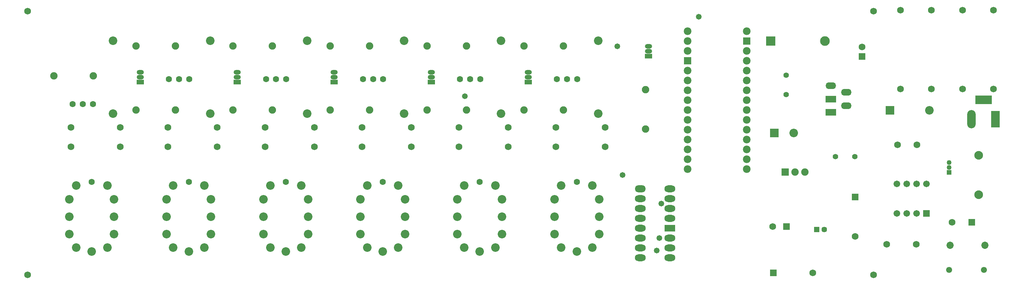
<source format=gts>
G04 Layer_Color=20142*
%FSLAX25Y25*%
%MOIN*%
G70*
G01*
G75*
%ADD54C,0.08800*%
%ADD55C,0.05721*%
%ADD56R,0.05721X0.05721*%
%ADD57C,0.06800*%
%ADD58C,0.07493*%
%ADD59C,0.06312*%
%ADD60C,0.08674*%
%ADD61R,0.06800X0.06800*%
G04:AMPARAMS|DCode=62|XSize=110.36mil|YSize=70.99mil|CornerRadius=35.5mil|HoleSize=0mil|Usage=FLASHONLY|Rotation=0.000|XOffset=0mil|YOffset=0mil|HoleType=Round|Shape=RoundedRectangle|*
%AMROUNDEDRECTD62*
21,1,0.11036,0.00000,0,0,0.0*
21,1,0.03937,0.07099,0,0,0.0*
1,1,0.07099,0.01969,0.00000*
1,1,0.07099,-0.01969,0.00000*
1,1,0.07099,-0.01969,0.00000*
1,1,0.07099,0.01969,0.00000*
%
%ADD62ROUNDEDRECTD62*%
%ADD63O,0.11036X0.07099*%
%ADD64R,0.11036X0.07099*%
%ADD65R,0.07800X0.07800*%
%ADD66C,0.07800*%
%ADD67R,0.07300X0.04800*%
%ADD68O,0.07300X0.04800*%
%ADD69C,0.08700*%
%ADD70R,0.08700X0.08700*%
%ADD71C,0.04934*%
%ADD72R,0.04934X0.04934*%
%ADD73R,0.07493X0.07493*%
%ADD74C,0.07296*%
%ADD75C,0.05524*%
%ADD76C,0.06115*%
%ADD77R,0.06800X0.06800*%
%ADD78C,0.06706*%
%ADD79R,0.06706X0.06706*%
%ADD80R,0.08674X0.08674*%
%ADD81R,0.10642X0.06706*%
%ADD82O,0.10642X0.06706*%
%ADD83R,0.09800X0.09800*%
%ADD84C,0.09800*%
%ADD85R,0.16548X0.08674*%
%ADD86R,0.08674X0.16548*%
%ADD87O,0.08674X0.18517*%
%ADD88C,0.05800*%
D54*
X1022000Y810500D02*
D03*
Y770500D02*
D03*
D55*
X865437Y735000D02*
D03*
D56*
X857563D02*
D03*
D57*
X1037074Y957759D02*
D03*
Y877759D02*
D03*
X1005578Y957759D02*
D03*
Y877759D02*
D03*
X974082Y957759D02*
D03*
Y877759D02*
D03*
X942586Y957759D02*
D03*
Y877759D02*
D03*
X896500Y728000D02*
D03*
X958500Y720000D02*
D03*
X928500D02*
D03*
X593110Y838583D02*
D03*
X643110D02*
D03*
X494685D02*
D03*
X544685D02*
D03*
X396260D02*
D03*
X446260D02*
D03*
X297835D02*
D03*
X347835D02*
D03*
X249409D02*
D03*
X199409D02*
D03*
X150984D02*
D03*
X100984D02*
D03*
X593110Y818898D02*
D03*
X643110D02*
D03*
X494685D02*
D03*
X544685D02*
D03*
X396260D02*
D03*
X446260D02*
D03*
X297835D02*
D03*
X347835D02*
D03*
X249409D02*
D03*
X199409D02*
D03*
X150984D02*
D03*
X100984D02*
D03*
X939657Y821000D02*
D03*
X959343D02*
D03*
X903500Y920422D02*
D03*
X995000Y742500D02*
D03*
X853500Y691000D02*
D03*
X57087Y956693D02*
D03*
X915354D02*
D03*
X57087Y688976D02*
D03*
X915354D02*
D03*
X813110Y738000D02*
D03*
D58*
X560709Y856299D02*
D03*
X600709D02*
D03*
X462283D02*
D03*
X502283D02*
D03*
X363858D02*
D03*
X403858D02*
D03*
X265433D02*
D03*
X305433D02*
D03*
X167008D02*
D03*
X207008D02*
D03*
X123500Y891000D02*
D03*
X83500D02*
D03*
X684000Y877000D02*
D03*
Y837000D02*
D03*
X560709Y921260D02*
D03*
X600709D02*
D03*
X462283D02*
D03*
X502283D02*
D03*
X363858D02*
D03*
X403858D02*
D03*
X265433D02*
D03*
X305433D02*
D03*
X167008D02*
D03*
X207008D02*
D03*
X835500Y793500D02*
D03*
X845500D02*
D03*
D59*
X122047Y783465D02*
D03*
X113000Y862500D02*
D03*
X102764D02*
D03*
X123236D02*
D03*
X210630Y887795D02*
D03*
X220866D02*
D03*
X200394D02*
D03*
X309055D02*
D03*
X319291D02*
D03*
X298819D02*
D03*
X407480D02*
D03*
X417717D02*
D03*
X397244D02*
D03*
X505906D02*
D03*
X516142D02*
D03*
X495669D02*
D03*
X604331D02*
D03*
X614567D02*
D03*
X594095D02*
D03*
X220472Y783465D02*
D03*
X318898D02*
D03*
X417323D02*
D03*
X515748D02*
D03*
X614173D02*
D03*
D60*
X137795Y779528D02*
D03*
X122047Y712599D02*
D03*
X144685Y765748D02*
D03*
Y748032D02*
D03*
Y730315D02*
D03*
X137795Y716536D02*
D03*
X106299Y779528D02*
D03*
X99409Y765748D02*
D03*
Y748032D02*
D03*
Y730315D02*
D03*
X106299Y716536D02*
D03*
X143701Y852756D02*
D03*
Y926772D02*
D03*
X242126Y852756D02*
D03*
Y926772D02*
D03*
X340551Y852756D02*
D03*
Y926772D02*
D03*
X438976Y852756D02*
D03*
Y926772D02*
D03*
X537402Y852756D02*
D03*
Y926772D02*
D03*
X635827Y852756D02*
D03*
Y926772D02*
D03*
X236220Y779528D02*
D03*
X220472Y712599D02*
D03*
X243110Y765748D02*
D03*
Y748032D02*
D03*
Y730315D02*
D03*
X236220Y716536D02*
D03*
X204724Y779528D02*
D03*
X197835Y765748D02*
D03*
Y748032D02*
D03*
Y730315D02*
D03*
X204724Y716536D02*
D03*
X334646Y779528D02*
D03*
X318898Y712599D02*
D03*
X341535Y765748D02*
D03*
Y748032D02*
D03*
Y730315D02*
D03*
X334646Y716536D02*
D03*
X303150Y779528D02*
D03*
X296260Y765748D02*
D03*
Y748032D02*
D03*
Y730315D02*
D03*
X303150Y716536D02*
D03*
X433071Y779528D02*
D03*
X417323Y712599D02*
D03*
X439961Y765748D02*
D03*
Y748032D02*
D03*
Y730315D02*
D03*
X433071Y716536D02*
D03*
X401575Y779528D02*
D03*
X394685Y765748D02*
D03*
Y748032D02*
D03*
Y730315D02*
D03*
X401575Y716536D02*
D03*
X531496Y779528D02*
D03*
X515748Y712599D02*
D03*
X538386Y765748D02*
D03*
Y748032D02*
D03*
Y730315D02*
D03*
X531496Y716536D02*
D03*
X500000Y779528D02*
D03*
X493110Y765748D02*
D03*
Y748032D02*
D03*
Y730315D02*
D03*
X500000Y716536D02*
D03*
X629921Y779528D02*
D03*
X614173Y712599D02*
D03*
X636811Y765748D02*
D03*
Y748032D02*
D03*
Y730315D02*
D03*
X629921Y716536D02*
D03*
X598425Y779528D02*
D03*
X591535Y765748D02*
D03*
Y748032D02*
D03*
Y730315D02*
D03*
X598425Y716536D02*
D03*
X834343Y833000D02*
D03*
D61*
X896500Y768000D02*
D03*
X903500Y910579D02*
D03*
D62*
X678500Y736500D02*
D03*
Y726500D02*
D03*
Y716500D02*
D03*
Y706500D02*
D03*
Y766500D02*
D03*
Y756500D02*
D03*
Y746500D02*
D03*
X708500Y706500D02*
D03*
Y716500D02*
D03*
Y726500D02*
D03*
Y746500D02*
D03*
Y756500D02*
D03*
Y766500D02*
D03*
Y776500D02*
D03*
D63*
X678500D02*
D03*
D64*
X708500Y736500D02*
D03*
D65*
X786500Y926500D02*
D03*
X726500Y906500D02*
D03*
D66*
X786500Y916500D02*
D03*
Y906500D02*
D03*
Y896500D02*
D03*
Y886500D02*
D03*
Y876500D02*
D03*
Y866500D02*
D03*
Y856500D02*
D03*
Y846500D02*
D03*
Y836500D02*
D03*
Y826500D02*
D03*
Y816500D02*
D03*
Y806500D02*
D03*
Y796500D02*
D03*
X726500D02*
D03*
Y806500D02*
D03*
Y816500D02*
D03*
Y826500D02*
D03*
Y836500D02*
D03*
Y846500D02*
D03*
Y856500D02*
D03*
Y866500D02*
D03*
Y876500D02*
D03*
Y886500D02*
D03*
Y896500D02*
D03*
X786500Y936500D02*
D03*
X726500Y916500D02*
D03*
Y926500D02*
D03*
Y936500D02*
D03*
D67*
X171241Y884763D02*
D03*
X269666D02*
D03*
X368091D02*
D03*
X466517D02*
D03*
X564942D02*
D03*
X686981Y910999D02*
D03*
D68*
X171260Y889763D02*
D03*
X171241Y894763D02*
D03*
X269685Y889763D02*
D03*
X269666Y894763D02*
D03*
X368111Y889763D02*
D03*
X368091Y894763D02*
D03*
X466536Y889763D02*
D03*
X466517Y894763D02*
D03*
X564961Y889763D02*
D03*
X564942Y894763D02*
D03*
X687001Y916000D02*
D03*
X686981Y920999D02*
D03*
D69*
X972000Y856000D02*
D03*
D70*
X932000D02*
D03*
D71*
X992000Y803000D02*
D03*
Y798000D02*
D03*
D72*
Y793000D02*
D03*
D73*
X825500Y793500D02*
D03*
D74*
X992783Y719000D02*
D03*
X1028217D02*
D03*
D75*
X896185Y809000D02*
D03*
X876500D02*
D03*
X826500Y891685D02*
D03*
Y872000D02*
D03*
D76*
X991783Y694000D02*
D03*
X1027216D02*
D03*
D77*
X1015000Y742500D02*
D03*
X813500Y691000D02*
D03*
X826890Y738000D02*
D03*
D78*
X969000Y781500D02*
D03*
X959000D02*
D03*
X949000D02*
D03*
X939000D02*
D03*
X959000Y751500D02*
D03*
X949000D02*
D03*
X939000D02*
D03*
D79*
X969000D02*
D03*
D80*
X814657Y833000D02*
D03*
D81*
X872100Y867500D02*
D03*
Y854100D02*
D03*
D82*
X887500Y860800D02*
D03*
Y874200D02*
D03*
X872100Y880900D02*
D03*
D83*
X811000Y926500D02*
D03*
D84*
X866000D02*
D03*
D85*
X1027098Y866685D02*
D03*
D86*
X1038909Y847000D02*
D03*
D87*
X1014500D02*
D03*
D88*
X697900Y726500D02*
D03*
X500500Y870200D02*
D03*
X738000Y951100D02*
D03*
X695200Y713800D02*
D03*
X699900Y761400D02*
D03*
X660600Y790500D02*
D03*
X655400Y920999D02*
D03*
M02*

</source>
